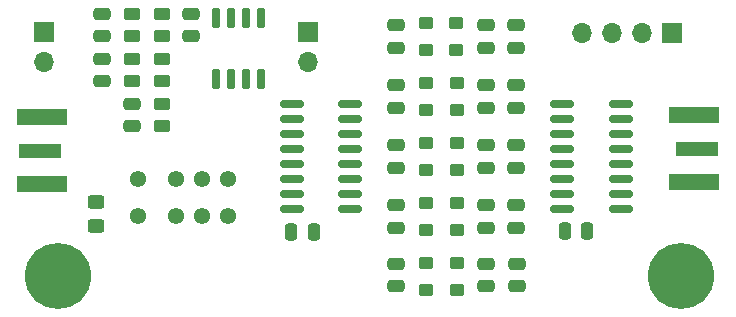
<source format=gbr>
G04 #@! TF.GenerationSoftware,KiCad,Pcbnew,8.0.1*
G04 #@! TF.CreationDate,2025-07-17T23:05:43+02:00*
G04 #@! TF.ProjectId,SDR_PreAmp_Filter_v1.1,5344525f-5072-4654-916d-705f46696c74,rev?*
G04 #@! TF.SameCoordinates,Original*
G04 #@! TF.FileFunction,Soldermask,Top*
G04 #@! TF.FilePolarity,Negative*
%FSLAX46Y46*%
G04 Gerber Fmt 4.6, Leading zero omitted, Abs format (unit mm)*
G04 Created by KiCad (PCBNEW 8.0.1) date 2025-07-17 23:05:43*
%MOMM*%
%LPD*%
G01*
G04 APERTURE LIST*
G04 Aperture macros list*
%AMRoundRect*
0 Rectangle with rounded corners*
0 $1 Rounding radius*
0 $2 $3 $4 $5 $6 $7 $8 $9 X,Y pos of 4 corners*
0 Add a 4 corners polygon primitive as box body*
4,1,4,$2,$3,$4,$5,$6,$7,$8,$9,$2,$3,0*
0 Add four circle primitives for the rounded corners*
1,1,$1+$1,$2,$3*
1,1,$1+$1,$4,$5*
1,1,$1+$1,$6,$7*
1,1,$1+$1,$8,$9*
0 Add four rect primitives between the rounded corners*
20,1,$1+$1,$2,$3,$4,$5,0*
20,1,$1+$1,$4,$5,$6,$7,0*
20,1,$1+$1,$6,$7,$8,$9,0*
20,1,$1+$1,$8,$9,$2,$3,0*%
G04 Aperture macros list end*
%ADD10RoundRect,0.250000X-0.450000X0.262500X-0.450000X-0.262500X0.450000X-0.262500X0.450000X0.262500X0*%
%ADD11RoundRect,0.250000X0.475000X-0.250000X0.475000X0.250000X-0.475000X0.250000X-0.475000X-0.250000X0*%
%ADD12RoundRect,0.250000X0.350000X-0.275000X0.350000X0.275000X-0.350000X0.275000X-0.350000X-0.275000X0*%
%ADD13C,5.600000*%
%ADD14RoundRect,0.250000X-0.350000X0.275000X-0.350000X-0.275000X0.350000X-0.275000X0.350000X0.275000X0*%
%ADD15RoundRect,0.250000X0.450000X-0.325000X0.450000X0.325000X-0.450000X0.325000X-0.450000X-0.325000X0*%
%ADD16R,1.700000X1.700000*%
%ADD17O,1.700000X1.700000*%
%ADD18RoundRect,0.250000X-0.475000X0.250000X-0.475000X-0.250000X0.475000X-0.250000X0.475000X0.250000X0*%
%ADD19C,1.381000*%
%ADD20RoundRect,0.150000X0.150000X-0.725000X0.150000X0.725000X-0.150000X0.725000X-0.150000X-0.725000X0*%
%ADD21RoundRect,0.250000X0.450000X-0.262500X0.450000X0.262500X-0.450000X0.262500X-0.450000X-0.262500X0*%
%ADD22RoundRect,0.150000X0.825000X0.150000X-0.825000X0.150000X-0.825000X-0.150000X0.825000X-0.150000X0*%
%ADD23R,3.600000X1.270000*%
%ADD24R,4.200000X1.350000*%
%ADD25RoundRect,0.250000X-0.250000X-0.475000X0.250000X-0.475000X0.250000X0.475000X-0.250000X0.475000X0*%
G04 APERTURE END LIST*
D10*
X102108000Y-125137500D03*
X102108000Y-126962500D03*
D11*
X129600000Y-140550000D03*
X129600000Y-138650000D03*
X121920000Y-130490000D03*
X121920000Y-128590000D03*
D12*
X124460000Y-135770000D03*
X124460000Y-133470000D03*
D13*
X146050000Y-139700000D03*
D11*
X121920000Y-120330000D03*
X121920000Y-118430000D03*
X132080000Y-135570000D03*
X132080000Y-133670000D03*
D14*
X127065000Y-123310000D03*
X127065000Y-125610000D03*
D11*
X132080000Y-120330000D03*
X132080000Y-118430000D03*
D15*
X96500000Y-135450000D03*
X96500000Y-133400000D03*
D14*
X127065000Y-133470000D03*
X127065000Y-135770000D03*
D16*
X145330000Y-119075000D03*
D17*
X142790000Y-119075000D03*
X140250000Y-119075000D03*
X137710000Y-119075000D03*
D18*
X99568000Y-125100000D03*
X99568000Y-127000000D03*
D19*
X100076000Y-134620000D03*
X103276000Y-134620000D03*
X105476000Y-134620000D03*
X107676000Y-134620000D03*
X107676000Y-131420000D03*
X105476000Y-131420000D03*
X103276000Y-131420000D03*
X100076000Y-131420000D03*
D12*
X124460000Y-120530000D03*
X124460000Y-118230000D03*
D13*
X93345000Y-139700000D03*
D20*
X106730800Y-122980600D03*
X108000800Y-122980600D03*
X109270800Y-122980600D03*
X110540800Y-122980600D03*
X110540800Y-117830600D03*
X109270800Y-117830600D03*
X108000800Y-117830600D03*
X106730800Y-117830600D03*
D14*
X127100000Y-138550000D03*
X127100000Y-140850000D03*
D21*
X99568000Y-119342500D03*
X99568000Y-117517500D03*
D22*
X118045000Y-133985000D03*
X118045000Y-132715000D03*
X118045000Y-131445000D03*
X118045000Y-130175000D03*
X118045000Y-128905000D03*
X118045000Y-127635000D03*
X118045000Y-126365000D03*
X118045000Y-125095000D03*
X113095000Y-125095000D03*
X113095000Y-126365000D03*
X113095000Y-127635000D03*
X113095000Y-128905000D03*
X113095000Y-130175000D03*
X113095000Y-131445000D03*
X113095000Y-132715000D03*
X113095000Y-133985000D03*
D11*
X132200000Y-140550000D03*
X132200000Y-138650000D03*
X121920000Y-135570000D03*
X121920000Y-133670000D03*
D12*
X124500000Y-140850000D03*
X124500000Y-138550000D03*
D11*
X129540000Y-125410000D03*
X129540000Y-123510000D03*
D18*
X97028000Y-121290000D03*
X97028000Y-123190000D03*
D11*
X97012800Y-119390200D03*
X97012800Y-117490200D03*
D12*
X124460000Y-130690000D03*
X124460000Y-128390000D03*
D23*
X91798800Y-129057400D03*
D24*
X91998800Y-126232400D03*
X91998800Y-131882400D03*
D16*
X92175000Y-118975000D03*
D17*
X92175000Y-121515000D03*
D11*
X132080000Y-130490000D03*
X132080000Y-128590000D03*
X129540000Y-130490000D03*
X129540000Y-128590000D03*
X121900000Y-140550000D03*
X121900000Y-138650000D03*
D22*
X140950000Y-133985000D03*
X140950000Y-132715000D03*
X140950000Y-131445000D03*
X140950000Y-130175000D03*
X140950000Y-128905000D03*
X140950000Y-127635000D03*
X140950000Y-126365000D03*
X140950000Y-125095000D03*
X136000000Y-125095000D03*
X136000000Y-126365000D03*
X136000000Y-127635000D03*
X136000000Y-128905000D03*
X136000000Y-130175000D03*
X136000000Y-131445000D03*
X136000000Y-132715000D03*
X136000000Y-133985000D03*
D14*
X127000000Y-118230000D03*
X127000000Y-120530000D03*
X127065000Y-128390000D03*
X127065000Y-130690000D03*
D23*
X147393000Y-128874000D03*
D24*
X147193000Y-131699000D03*
X147193000Y-126049000D03*
D11*
X129540000Y-135570000D03*
X129540000Y-133670000D03*
D25*
X136210000Y-135890000D03*
X138110000Y-135890000D03*
D11*
X121920000Y-125410000D03*
X121920000Y-123510000D03*
D12*
X124460000Y-125610000D03*
X124460000Y-123310000D03*
D10*
X99568000Y-121327500D03*
X99568000Y-123152500D03*
D25*
X113080800Y-135940800D03*
X114980800Y-135940800D03*
D11*
X129540000Y-120330000D03*
X129540000Y-118430000D03*
X132080000Y-125410000D03*
X132080000Y-123510000D03*
D21*
X102108000Y-123152500D03*
X102108000Y-121327500D03*
D11*
X104546400Y-119380000D03*
X104546400Y-117480000D03*
D16*
X114526000Y-119024400D03*
D17*
X114526000Y-121564400D03*
D10*
X102108000Y-117517500D03*
X102108000Y-119342500D03*
M02*

</source>
